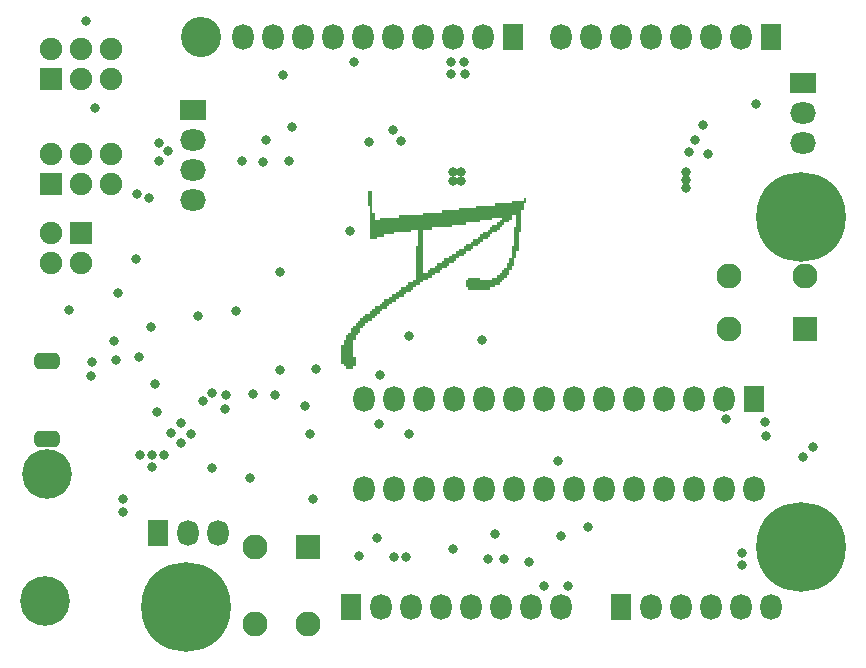
<source format=gbs>
G04*
G04 #@! TF.GenerationSoftware,Altium Limited,Altium Designer,20.0.13 (296)*
G04*
G04 Layer_Color=16711935*
%FSLAX44Y44*%
%MOMM*%
G71*
G01*
G75*
%ADD89C,3.4032*%
%ADD90O,1.8032X2.2032*%
%ADD91R,1.8032X2.2032*%
%ADD92C,4.2032*%
%ADD93C,7.6032*%
%ADD94O,2.2032X1.8032*%
%ADD95R,2.2032X1.8032*%
%ADD96C,1.9032*%
%ADD97R,1.9032X1.9032*%
G04:AMPARAMS|DCode=98|XSize=2.2032mm|YSize=1.4032mm|CornerRadius=0.4616mm|HoleSize=0mm|Usage=FLASHONLY|Rotation=0.000|XOffset=0mm|YOffset=0mm|HoleType=Round|Shape=RoundedRectangle|*
%AMROUNDEDRECTD98*
21,1,2.2032,0.4800,0,0,0.0*
21,1,1.2800,1.4032,0,0,0.0*
1,1,0.9232,0.6400,-0.2400*
1,1,0.9232,-0.6400,-0.2400*
1,1,0.9232,-0.6400,0.2400*
1,1,0.9232,0.6400,0.2400*
%
%ADD98ROUNDEDRECTD98*%
%ADD99C,2.1032*%
%ADD100R,2.1032X2.1032*%
%ADD101R,2.1032X2.1032*%
%ADD102C,0.8032*%
G36*
X425824Y371480D02*
Y369448D01*
X423792D01*
X421760D01*
X419728D01*
X417696D01*
X415664D01*
Y367416D01*
X413632D01*
X411600D01*
X409568D01*
X407536D01*
X405504D01*
X403472D01*
X401440D01*
Y365384D01*
X399408D01*
X397376D01*
X395344D01*
X393312D01*
X391280D01*
X389248D01*
X387216D01*
X385184D01*
Y363352D01*
X383152D01*
X381120D01*
X379088D01*
X377056D01*
X375024D01*
X372992D01*
X370960D01*
Y361320D01*
X368928D01*
X366896D01*
X364864D01*
X362832D01*
X360800D01*
X358768D01*
X356736D01*
Y359288D01*
X354704D01*
X352672D01*
X350640D01*
X348608D01*
X346576D01*
X344544D01*
X342512D01*
X340480D01*
Y357256D01*
X338448D01*
X336416D01*
X334384D01*
X332352D01*
X330320D01*
X328288D01*
X326256D01*
X324224D01*
X322192D01*
X320160D01*
Y355224D01*
X318128D01*
X316096D01*
X314064D01*
X312032D01*
X310000D01*
X307968D01*
X305936D01*
X303904D01*
Y353192D01*
X301872D01*
X299840D01*
Y359288D01*
X297808D01*
Y377576D01*
X295776D01*
X293744D01*
Y365384D01*
X295776D01*
Y336936D01*
X297808D01*
X299840D01*
X301872D01*
Y338968D01*
X303904D01*
X305936D01*
X307968D01*
Y341000D01*
X310000D01*
X312032D01*
X314064D01*
X316096D01*
Y343032D01*
X318128D01*
X320160D01*
X322192D01*
X324224D01*
X326256D01*
X328288D01*
X330320D01*
Y345064D01*
X332352D01*
X334384D01*
X336416D01*
Y330840D01*
X334384D01*
Y302392D01*
X332352D01*
Y300360D01*
X330320D01*
X328288D01*
Y298328D01*
X326256D01*
Y296296D01*
X324224D01*
X322192D01*
Y294264D01*
X320160D01*
Y292232D01*
X318128D01*
Y290200D01*
X316096D01*
X314064D01*
Y288168D01*
X312032D01*
Y286136D01*
X310000D01*
X307968D01*
Y284104D01*
X305936D01*
Y282072D01*
X303904D01*
Y280040D01*
X301872D01*
X299840D01*
Y278008D01*
X297808D01*
Y275976D01*
X295776D01*
Y273944D01*
X293744D01*
X291712D01*
Y271912D01*
X289680D01*
Y269880D01*
X287648D01*
Y267848D01*
X285616D01*
Y265816D01*
X283584D01*
Y263784D01*
X281552D01*
Y261752D01*
X279520D01*
Y257688D01*
X277488D01*
Y255656D01*
X275456D01*
Y251592D01*
X273424D01*
Y247528D01*
X271392D01*
Y231272D01*
X273424D01*
Y229240D01*
X275456D01*
Y227208D01*
X277488D01*
X279520D01*
X281552D01*
Y229240D01*
X283584D01*
Y237368D01*
X281552D01*
Y251592D01*
X283584D01*
Y255656D01*
X285616D01*
Y257688D01*
X287648D01*
Y261752D01*
X289680D01*
Y263784D01*
X291712D01*
Y265816D01*
X293744D01*
Y267848D01*
X295776D01*
X297808D01*
Y269880D01*
X299840D01*
Y271912D01*
X301872D01*
Y273944D01*
X303904D01*
Y275976D01*
X305936D01*
Y278008D01*
X307968D01*
X310000D01*
Y280040D01*
X312032D01*
Y282072D01*
X314064D01*
Y284104D01*
X316096D01*
X318128D01*
Y286136D01*
X320160D01*
Y288168D01*
X322192D01*
X324224D01*
Y290200D01*
X326256D01*
Y292232D01*
X328288D01*
X330320D01*
Y294264D01*
X332352D01*
Y296296D01*
X334384D01*
Y298328D01*
X336416D01*
X338448D01*
Y300360D01*
X340480D01*
Y302392D01*
X342512D01*
X344544D01*
Y304424D01*
X346576D01*
X348608D01*
Y306456D01*
X350640D01*
Y308488D01*
X352672D01*
X354704D01*
Y310520D01*
X356736D01*
Y312552D01*
X358768D01*
X360800D01*
Y314584D01*
X362832D01*
Y316616D01*
X364864D01*
X366896D01*
Y318648D01*
X368928D01*
Y320680D01*
X370960D01*
Y322712D01*
X372992D01*
X375024D01*
Y324744D01*
X377056D01*
Y326776D01*
X379088D01*
X381120D01*
Y328808D01*
X383152D01*
Y330840D01*
X385184D01*
X387216D01*
Y332872D01*
X389248D01*
Y334904D01*
X391280D01*
Y336936D01*
X393312D01*
X395344D01*
Y338968D01*
X397376D01*
Y341000D01*
X399408D01*
Y343032D01*
X401440D01*
X403472D01*
Y345064D01*
X405504D01*
Y347096D01*
X407536D01*
Y349128D01*
X409568D01*
Y351160D01*
X411600D01*
X413632D01*
Y353192D01*
X415664D01*
Y357256D01*
X417696D01*
X419728D01*
Y347096D01*
X417696D01*
Y330840D01*
X415664D01*
Y320680D01*
X413632D01*
Y316616D01*
X411600D01*
Y312552D01*
X409568D01*
Y310520D01*
X407536D01*
Y308488D01*
X405504D01*
Y306456D01*
X403472D01*
Y304424D01*
X401440D01*
X399408D01*
Y302392D01*
X397376D01*
X395344D01*
X393312D01*
X391280D01*
X389248D01*
Y304424D01*
X387216D01*
X385184D01*
X383152D01*
X381120D01*
X379088D01*
Y302392D01*
X377056D01*
Y296296D01*
X379088D01*
Y294264D01*
X381120D01*
X383152D01*
X385184D01*
X387216D01*
X389248D01*
X391280D01*
X393312D01*
X395344D01*
X397376D01*
Y296296D01*
X399408D01*
X401440D01*
Y298328D01*
X403472D01*
X405504D01*
Y300360D01*
X407536D01*
Y302392D01*
X409568D01*
Y304424D01*
X411600D01*
Y306456D01*
X413632D01*
Y310520D01*
X415664D01*
Y314584D01*
X417696D01*
Y320680D01*
X419728D01*
Y326776D01*
X421760D01*
Y343032D01*
X423792D01*
Y361320D01*
X425824D01*
Y367416D01*
X427856D01*
Y371480D01*
X425824D01*
D02*
G37*
%LPC*%
G36*
X407536Y355224D02*
Y353192D01*
X405504D01*
Y351160D01*
X403472D01*
Y349128D01*
X401440D01*
X399408D01*
Y347096D01*
X397376D01*
Y345064D01*
X395344D01*
Y343032D01*
X393312D01*
X391280D01*
Y341000D01*
X389248D01*
Y338968D01*
X387216D01*
Y336936D01*
X385184D01*
X383152D01*
Y334904D01*
X381120D01*
Y332872D01*
X379088D01*
X377056D01*
Y330840D01*
X375024D01*
Y328808D01*
X372992D01*
X370960D01*
Y326776D01*
X368928D01*
Y324744D01*
X366896D01*
X364864D01*
Y322712D01*
X362832D01*
Y320680D01*
X360800D01*
X358768D01*
Y318648D01*
X356736D01*
Y316616D01*
X354704D01*
X352672D01*
Y314584D01*
X350640D01*
Y312552D01*
X348608D01*
X346576D01*
Y310520D01*
X344544D01*
Y308488D01*
X342512D01*
X340480D01*
Y345064D01*
X342512D01*
X344544D01*
X346576D01*
X348608D01*
Y347096D01*
X350640D01*
X352672D01*
X354704D01*
X356736D01*
X358768D01*
X360800D01*
X362832D01*
X364864D01*
Y349128D01*
X366896D01*
X368928D01*
X370960D01*
X372992D01*
X375024D01*
X377056D01*
Y351160D01*
X379088D01*
X381120D01*
X383152D01*
X385184D01*
X387216D01*
X389248D01*
Y353192D01*
X391280D01*
X393312D01*
X395344D01*
X397376D01*
X399408D01*
Y355224D01*
X401440D01*
X403472D01*
X405504D01*
X407536D01*
D02*
G37*
%LPD*%
D89*
X152400Y508000D02*
D03*
D90*
X187960D02*
D03*
X213360D02*
D03*
X238760D02*
D03*
X264160D02*
D03*
X289560D02*
D03*
X314960D02*
D03*
X340360D02*
D03*
X365760D02*
D03*
X391160D02*
D03*
X457200Y25400D02*
D03*
X431800D02*
D03*
X406400D02*
D03*
X381000D02*
D03*
X355600D02*
D03*
X330200D02*
D03*
X304800D02*
D03*
X457200Y508000D02*
D03*
X482600D02*
D03*
X508000D02*
D03*
X533400D02*
D03*
X558800D02*
D03*
X584200D02*
D03*
X609600D02*
D03*
X533400Y25400D02*
D03*
X558800D02*
D03*
X584200D02*
D03*
X609600D02*
D03*
X635000D02*
D03*
X167000Y88000D02*
D03*
X141600D02*
D03*
X595250Y201930D02*
D03*
X569850D02*
D03*
X544450D02*
D03*
X519050D02*
D03*
X493650D02*
D03*
X468250D02*
D03*
X442850D02*
D03*
X417450D02*
D03*
X392050D02*
D03*
X366650D02*
D03*
X341250D02*
D03*
X315850D02*
D03*
X290450D02*
D03*
X620650Y125730D02*
D03*
X595250D02*
D03*
X569850D02*
D03*
X544450D02*
D03*
X519050D02*
D03*
X493650D02*
D03*
X468250D02*
D03*
X442850D02*
D03*
X417450D02*
D03*
X392050D02*
D03*
X366650D02*
D03*
X341250D02*
D03*
X315850D02*
D03*
X290450D02*
D03*
D91*
X416560Y508000D02*
D03*
X279400Y25400D02*
D03*
X635000Y508000D02*
D03*
X508000Y25400D02*
D03*
X116200Y88000D02*
D03*
X620650Y201930D02*
D03*
D92*
X22000Y138000D02*
D03*
X21000Y31000D02*
D03*
D93*
X139700Y25400D02*
D03*
X660400Y76200D02*
D03*
Y355600D02*
D03*
D94*
X146000Y369800D02*
D03*
Y395200D02*
D03*
Y420600D02*
D03*
X662000Y418200D02*
D03*
Y443600D02*
D03*
D95*
X146000Y446000D02*
D03*
X662000Y469000D02*
D03*
D96*
X76200Y497840D02*
D03*
X50800D02*
D03*
X25400D02*
D03*
X76200Y472440D02*
D03*
X50800D02*
D03*
X76400Y409400D02*
D03*
X51000D02*
D03*
X25600D02*
D03*
X76400Y384000D02*
D03*
X51000D02*
D03*
X25400Y341998D02*
D03*
X50800Y316598D02*
D03*
X25400D02*
D03*
D97*
Y472440D02*
D03*
X25600Y384000D02*
D03*
X50800Y341998D02*
D03*
D98*
X21995Y234000D02*
D03*
Y168000D02*
D03*
D99*
X243500Y11500D02*
D03*
X198500D02*
D03*
Y76500D02*
D03*
X599452Y261218D02*
D03*
Y306218D02*
D03*
X664452D02*
D03*
D100*
X243500Y76500D02*
D03*
D101*
X664452Y261218D02*
D03*
D102*
X630000Y182000D02*
D03*
X376000Y477000D02*
D03*
X375000Y487000D02*
D03*
X136000Y164000D02*
D03*
Y181000D02*
D03*
X60000Y233000D02*
D03*
X81000Y235000D02*
D03*
X79000Y251000D02*
D03*
X172720Y193294D02*
D03*
X108458Y371856D02*
D03*
X59690Y221488D02*
D03*
X457630Y85834D02*
D03*
X250444Y226822D02*
D03*
X295000Y419000D02*
D03*
X322000Y420000D02*
D03*
X41000Y277000D02*
D03*
X101000Y154000D02*
D03*
X111000D02*
D03*
X121000D02*
D03*
X127000Y173000D02*
D03*
X144000Y172000D02*
D03*
X87000Y106000D02*
D03*
X364000Y477000D02*
D03*
Y487000D02*
D03*
X373000Y386000D02*
D03*
Y394000D02*
D03*
X366000D02*
D03*
Y386000D02*
D03*
X304000Y222000D02*
D03*
X315000Y429000D02*
D03*
X240750Y195750D02*
D03*
X245000Y172000D02*
D03*
X563000Y380000D02*
D03*
Y387000D02*
D03*
Y394000D02*
D03*
X611000Y71000D02*
D03*
X671000Y161000D02*
D03*
X631000Y170000D02*
D03*
X611000Y61000D02*
D03*
X396000Y66000D02*
D03*
X430000Y64000D02*
D03*
X409000Y66000D02*
D03*
X366000Y75000D02*
D03*
X326000Y68000D02*
D03*
X443000Y43000D02*
D03*
X117000Y403000D02*
D03*
Y418000D02*
D03*
X222000Y476000D02*
D03*
X286250Y68500D02*
D03*
X194000Y135000D02*
D03*
X455000Y149000D02*
D03*
X578000Y434000D02*
D03*
X571250Y421250D02*
D03*
X582000Y409000D02*
D03*
X566000Y411000D02*
D03*
X597000Y185000D02*
D03*
X230000Y432000D02*
D03*
X162000Y207000D02*
D03*
X154000Y200000D02*
D03*
X174000Y205000D02*
D03*
X197000Y206000D02*
D03*
X391000Y252000D02*
D03*
X247250Y117250D02*
D03*
X302000Y84000D02*
D03*
X162000Y143000D02*
D03*
X100000Y237000D02*
D03*
X150000Y272000D02*
D03*
X401500Y87500D02*
D03*
X208000Y421000D02*
D03*
X227000Y403000D02*
D03*
X279000Y344000D02*
D03*
X282000Y487000D02*
D03*
X111000Y144000D02*
D03*
X205000Y402000D02*
D03*
X187750Y402750D02*
D03*
X63000Y448000D02*
D03*
X55000Y522000D02*
D03*
X220000Y309000D02*
D03*
X662250Y152500D02*
D03*
X182750Y276500D02*
D03*
X220000Y226000D02*
D03*
X82500Y291000D02*
D03*
X124968Y411226D02*
D03*
X316000Y68000D02*
D03*
X463250Y43250D02*
D03*
X98000Y320000D02*
D03*
X98750Y375250D02*
D03*
X110750Y262750D02*
D03*
X480000Y93000D02*
D03*
X215250Y205250D02*
D03*
X87000Y117000D02*
D03*
X115250Y190500D02*
D03*
X113750Y214250D02*
D03*
X622250Y451750D02*
D03*
X328500Y255000D02*
D03*
X328750Y171750D02*
D03*
X303000Y180250D02*
D03*
M02*

</source>
